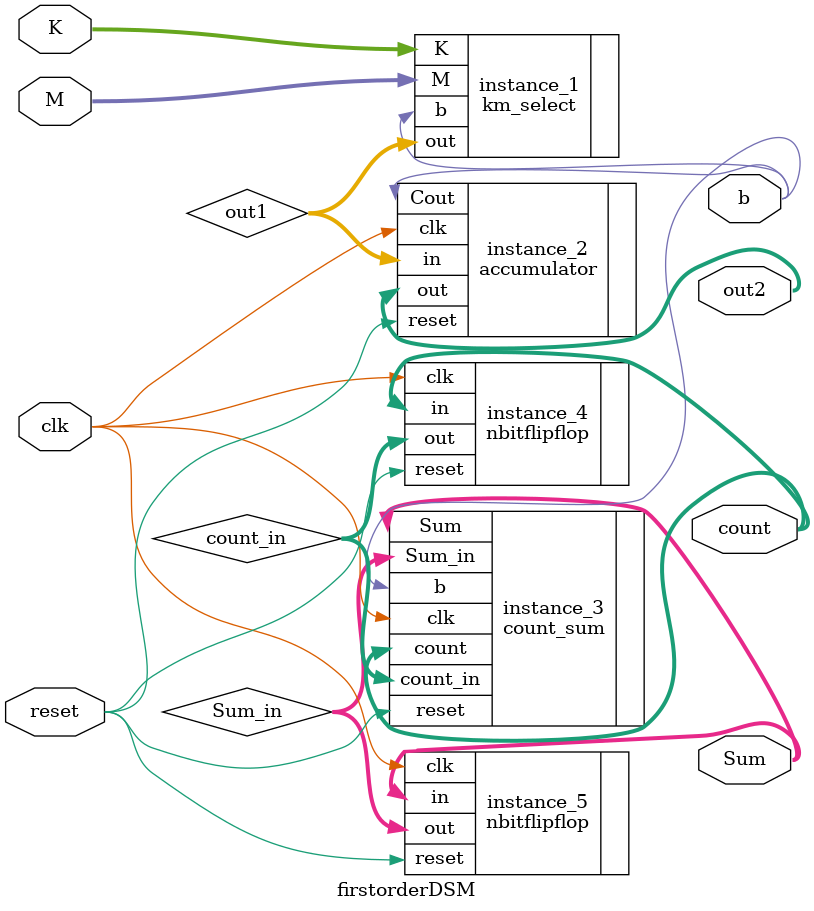
<source format=v>
`timescale 1ns / 1ps


module firstorderDSM(input clk,input reset, input [12:0]  K,input [12:0] M, output b,output [12:0] out2,output [12:0] count,output [12:0] Sum

    );
    wire [12:0] out1;
    wire [12:0] count_in,Sum_in;
    km_select instance_1(.b(b),.K(K),.M(M),.out(out1));
    accumulator instance_2(.clk(clk),.reset(reset),.in(out1),.out(out2),.Cout(b));
    count_sum instance_3(.clk(clk),.reset(reset),.b(b),.count_in(count_in),.Sum_in(Sum_in),.count(count),.Sum(Sum));
    nbitflipflop instance_4(.clk(clk),.reset(reset),.in(count),.out(count_in));
    nbitflipflop instance_5(.clk(clk),.reset(reset),.in(Sum),.out(Sum_in));
   

endmodule

</source>
